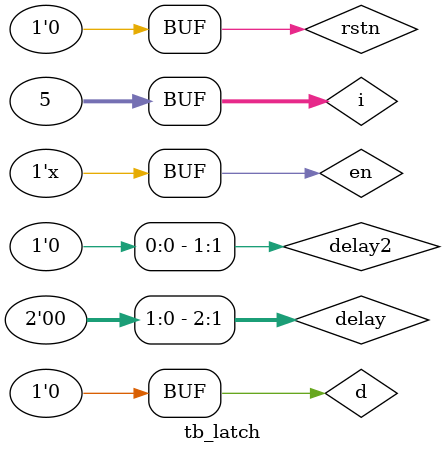
<source format=v>
module tb_latch;  
   // Declare variables that can be used to drive values to the design  
   reg d;  
   reg en;  
   reg rstn;  
   reg [2:0] delay;  
   reg [1:0] delay2;  
   integer i;  
  
   // Instantiate design and connect design ports with TB signals  
   d_latch  dl0 ( .d (d),  
                  .en (en),  
                  .rst (rstn),  
                 .q (q),
                 .q_bar (q_bar));  
  
   // This initial block forms the stimulus to test the design  
   initial begin  
     $monitor ("[%0t] en=%0b d=%0b q=%0b q_bar=%0b", $time, en, d, q, q_bar);  
  
      // 1. Initialize testbench variables  
      d <= 0;  
      en <= 0;  
      rstn <= 1;  
  
      // 2. Release reset  
      #10 rstn <= 0;  
  
      // 3. Randomly change d and enable  
      for (i = 0; i < 5; i=i+1) begin  
         delay = $random;  
         delay2 = $random;  
         #(delay2) en <= ~en;  
         #(delay) d <= i;  
      end  
   end 
  initial
    begin
      $dumpfile("dump.vcd"); $dumpvars;
    end
endmodule  

</source>
